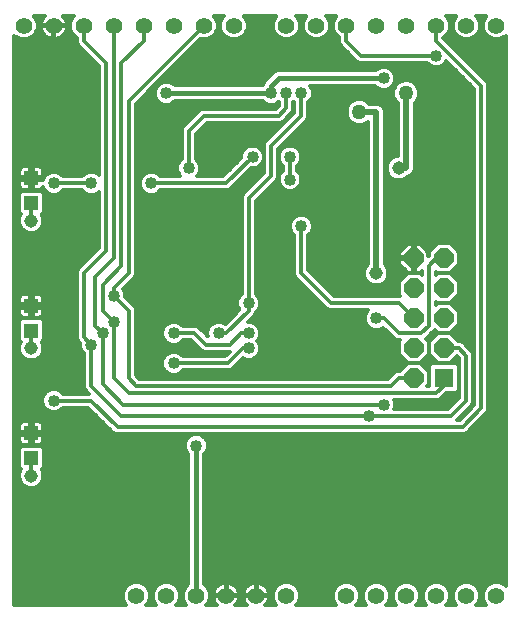
<source format=gbl>
G75*
G70*
%OFA0B0*%
%FSLAX24Y24*%
%IPPOS*%
%LPD*%
%AMOC8*
5,1,8,0,0,1.08239X$1,22.5*
%
%ADD10R,0.0472X0.0472*%
%ADD11C,0.0555*%
%ADD12R,0.0640X0.0640*%
%ADD13OC8,0.0640*%
%ADD14C,0.0120*%
%ADD15C,0.0400*%
%ADD16C,0.0450*%
%ADD17C,0.0500*%
%ADD18C,0.0200*%
%ADD19C,0.0160*%
D10*
X010282Y005268D03*
X010282Y006095D03*
X010282Y009518D03*
X010282Y010345D03*
X010282Y013768D03*
X010282Y014595D03*
D11*
X010032Y019681D03*
X011032Y019681D03*
X012032Y019681D03*
X013032Y019681D03*
X014032Y019681D03*
X015032Y019681D03*
X016032Y019681D03*
X017032Y019681D03*
X018782Y019681D03*
X019782Y019681D03*
X020782Y019681D03*
X021782Y019681D03*
X022782Y019681D03*
X023782Y019681D03*
X024782Y019681D03*
X025782Y019681D03*
X025782Y000681D03*
X024782Y000681D03*
X023782Y000681D03*
X022782Y000681D03*
X021782Y000681D03*
X020782Y000681D03*
X018782Y000681D03*
X017782Y000681D03*
X016782Y000681D03*
X015782Y000681D03*
X014782Y000681D03*
X013782Y000681D03*
D12*
X024032Y007931D03*
D13*
X023032Y007931D03*
X023032Y008931D03*
X024032Y008931D03*
X024032Y009931D03*
X023032Y009931D03*
X023032Y010931D03*
X024032Y010931D03*
X024032Y011931D03*
X023032Y011931D03*
D14*
X009712Y019354D02*
X009712Y000361D01*
X013455Y000361D01*
X013394Y000422D01*
X013325Y000590D01*
X013325Y000772D01*
X013394Y000941D01*
X013523Y001069D01*
X013691Y001139D01*
X013873Y001139D01*
X014041Y001069D01*
X014170Y000941D01*
X014240Y000772D01*
X014240Y000590D01*
X014170Y000422D01*
X014109Y000361D01*
X014455Y000361D01*
X014394Y000422D01*
X014325Y000590D01*
X014325Y000772D01*
X014394Y000941D01*
X014523Y001069D01*
X014691Y001139D01*
X014873Y001139D01*
X015041Y001069D01*
X015170Y000941D01*
X015240Y000772D01*
X015240Y000590D01*
X015170Y000422D01*
X015109Y000361D01*
X015455Y000361D01*
X015394Y000422D01*
X015325Y000590D01*
X015325Y000772D01*
X015394Y000941D01*
X015522Y001068D01*
X015522Y005404D01*
X015460Y005466D01*
X015402Y005606D01*
X015402Y005757D01*
X015460Y005897D01*
X015567Y006004D01*
X015707Y006061D01*
X015858Y006061D01*
X015997Y006004D01*
X016104Y005897D01*
X016162Y005757D01*
X016162Y005606D01*
X016104Y005466D01*
X016042Y005404D01*
X016042Y001068D01*
X016170Y000941D01*
X016240Y000772D01*
X016240Y000590D01*
X016170Y000422D01*
X016109Y000361D01*
X016484Y000361D01*
X016449Y000396D01*
X016408Y000452D01*
X016377Y000513D01*
X016356Y000579D01*
X016345Y000647D01*
X016345Y000663D01*
X016763Y000663D01*
X016763Y000700D01*
X016345Y000700D01*
X016345Y000716D01*
X016356Y000784D01*
X016377Y000849D01*
X016408Y000911D01*
X016449Y000966D01*
X016497Y001015D01*
X016553Y001056D01*
X016614Y001087D01*
X016680Y001108D01*
X016748Y001119D01*
X016763Y001119D01*
X016763Y000700D01*
X016801Y000700D01*
X017220Y000700D01*
X017220Y000716D01*
X017209Y000784D01*
X017188Y000849D01*
X017156Y000911D01*
X017116Y000966D01*
X017067Y001015D01*
X017011Y001056D01*
X016950Y001087D01*
X016885Y001108D01*
X016817Y001119D01*
X016801Y001119D01*
X016801Y000700D01*
X016801Y000663D01*
X017220Y000663D01*
X017220Y000647D01*
X017209Y000579D01*
X017188Y000513D01*
X017156Y000452D01*
X017116Y000396D01*
X017081Y000361D01*
X017484Y000361D01*
X017449Y000396D01*
X017408Y000452D01*
X017377Y000513D01*
X017356Y000579D01*
X017345Y000647D01*
X017345Y000663D01*
X017763Y000663D01*
X017763Y000700D01*
X017345Y000700D01*
X017345Y000716D01*
X017356Y000784D01*
X017377Y000849D01*
X017408Y000911D01*
X017449Y000966D01*
X017497Y001015D01*
X017553Y001056D01*
X017614Y001087D01*
X017680Y001108D01*
X017748Y001119D01*
X017763Y001119D01*
X017763Y000700D01*
X017801Y000700D01*
X018220Y000700D01*
X018220Y000716D01*
X018209Y000784D01*
X018188Y000849D01*
X018156Y000911D01*
X018116Y000966D01*
X018067Y001015D01*
X018011Y001056D01*
X017950Y001087D01*
X017885Y001108D01*
X017817Y001119D01*
X017801Y001119D01*
X017801Y000700D01*
X017801Y000663D01*
X018220Y000663D01*
X018220Y000647D01*
X018209Y000579D01*
X018188Y000513D01*
X018156Y000452D01*
X018116Y000396D01*
X018081Y000361D01*
X018455Y000361D01*
X018394Y000422D01*
X018325Y000590D01*
X018325Y000772D01*
X018394Y000941D01*
X018523Y001069D01*
X018691Y001139D01*
X018873Y001139D01*
X019041Y001069D01*
X019170Y000941D01*
X019240Y000772D01*
X019240Y000590D01*
X019170Y000422D01*
X019109Y000361D01*
X020455Y000361D01*
X020394Y000422D01*
X020325Y000590D01*
X020325Y000772D01*
X020394Y000941D01*
X020523Y001069D01*
X020691Y001139D01*
X020873Y001139D01*
X021041Y001069D01*
X021170Y000941D01*
X021240Y000772D01*
X021240Y000590D01*
X021170Y000422D01*
X021109Y000361D01*
X021455Y000361D01*
X021394Y000422D01*
X021325Y000590D01*
X021325Y000772D01*
X021394Y000941D01*
X021523Y001069D01*
X021691Y001139D01*
X021873Y001139D01*
X022041Y001069D01*
X022170Y000941D01*
X022240Y000772D01*
X022240Y000590D01*
X022170Y000422D01*
X022109Y000361D01*
X022455Y000361D01*
X022394Y000422D01*
X022325Y000590D01*
X022325Y000772D01*
X022394Y000941D01*
X022523Y001069D01*
X022691Y001139D01*
X022873Y001139D01*
X023041Y001069D01*
X023170Y000941D01*
X023240Y000772D01*
X023240Y000590D01*
X023170Y000422D01*
X023109Y000361D01*
X023455Y000361D01*
X023394Y000422D01*
X023325Y000590D01*
X023325Y000772D01*
X023394Y000941D01*
X023523Y001069D01*
X023691Y001139D01*
X023873Y001139D01*
X024041Y001069D01*
X024170Y000941D01*
X024240Y000772D01*
X024240Y000590D01*
X024170Y000422D01*
X024109Y000361D01*
X024455Y000361D01*
X024394Y000422D01*
X024325Y000590D01*
X024325Y000772D01*
X024394Y000941D01*
X024523Y001069D01*
X024691Y001139D01*
X024873Y001139D01*
X025041Y001069D01*
X025170Y000941D01*
X025240Y000772D01*
X025240Y000590D01*
X025170Y000422D01*
X025109Y000361D01*
X025455Y000361D01*
X025394Y000422D01*
X025325Y000590D01*
X025325Y000772D01*
X025394Y000941D01*
X025523Y001069D01*
X025691Y001139D01*
X025873Y001139D01*
X026041Y001069D01*
X026102Y001008D01*
X026102Y019354D01*
X026041Y019294D01*
X025873Y019224D01*
X025691Y019224D01*
X025523Y019294D01*
X025394Y019422D01*
X025325Y019590D01*
X025325Y019772D01*
X025394Y019941D01*
X025455Y020001D01*
X025109Y020001D01*
X025170Y019941D01*
X025240Y019772D01*
X025240Y019590D01*
X025170Y019422D01*
X025041Y019294D01*
X024873Y019224D01*
X024691Y019224D01*
X024523Y019294D01*
X024394Y019422D01*
X024325Y019590D01*
X024325Y019772D01*
X024394Y019941D01*
X024455Y020001D01*
X024109Y020001D01*
X024170Y019941D01*
X024240Y019772D01*
X024240Y019590D01*
X024170Y019422D01*
X024041Y019294D01*
X024022Y019286D01*
X024022Y019281D01*
X025486Y017817D01*
X025522Y017729D01*
X025522Y017634D01*
X025522Y006884D01*
X025486Y006795D01*
X025418Y006728D01*
X024861Y006170D01*
X024861Y006170D01*
X024793Y006103D01*
X024705Y006066D01*
X013205Y006066D01*
X013109Y006066D01*
X013021Y006103D01*
X012183Y006941D01*
X011330Y006941D01*
X011247Y006859D01*
X011108Y006801D01*
X010957Y006801D01*
X010817Y006859D01*
X010710Y006966D01*
X010652Y007106D01*
X010652Y007257D01*
X010710Y007397D01*
X010817Y007504D01*
X010957Y007561D01*
X011108Y007561D01*
X011247Y007504D01*
X011330Y007421D01*
X012203Y007421D01*
X012146Y007478D01*
X012146Y007478D01*
X012079Y007545D01*
X012042Y007634D01*
X012042Y008759D01*
X011960Y008841D01*
X011902Y008981D01*
X011902Y009097D01*
X011829Y009170D01*
X011792Y009259D01*
X011792Y009354D01*
X011792Y011479D01*
X011829Y011567D01*
X011896Y011635D01*
X012542Y012281D01*
X012542Y014154D01*
X012497Y014109D01*
X012358Y014051D01*
X012207Y014051D01*
X012067Y014109D01*
X011985Y014191D01*
X011330Y014191D01*
X011247Y014109D01*
X011108Y014051D01*
X010957Y014051D01*
X010817Y014109D01*
X010710Y014216D01*
X010671Y014310D01*
X010667Y014297D01*
X010646Y014260D01*
X010617Y014231D01*
X010580Y014209D01*
X010539Y014199D01*
X010340Y014199D01*
X010340Y014536D01*
X010224Y014536D01*
X010224Y014199D01*
X010025Y014199D01*
X009984Y014209D01*
X009948Y014231D01*
X009918Y014260D01*
X009897Y014297D01*
X009886Y014337D01*
X009886Y014537D01*
X010224Y014537D01*
X010224Y014653D01*
X010224Y014991D01*
X010025Y014991D01*
X009984Y014980D01*
X009948Y014959D01*
X009918Y014929D01*
X009897Y014893D01*
X009886Y014852D01*
X009886Y014653D01*
X010224Y014653D01*
X010340Y014653D01*
X010340Y014991D01*
X010539Y014991D01*
X010580Y014980D01*
X010617Y014959D01*
X010646Y014929D01*
X010667Y014893D01*
X010678Y014852D01*
X010678Y014653D01*
X010341Y014653D01*
X010341Y014537D01*
X010664Y014537D01*
X010710Y014647D01*
X010817Y014754D01*
X010957Y014811D01*
X011108Y014811D01*
X011247Y014754D01*
X011330Y014671D01*
X011985Y014671D01*
X012067Y014754D01*
X012207Y014811D01*
X012358Y014811D01*
X012497Y014754D01*
X012542Y014709D01*
X012542Y018332D01*
X011896Y018978D01*
X011829Y019045D01*
X011792Y019134D01*
X011792Y019286D01*
X011773Y019294D01*
X011644Y019422D01*
X011575Y019590D01*
X011575Y019772D01*
X011644Y019941D01*
X011705Y020001D01*
X011331Y020001D01*
X011366Y019966D01*
X011406Y019911D01*
X011438Y019849D01*
X011459Y019784D01*
X011470Y019716D01*
X011470Y019700D01*
X011051Y019700D01*
X011051Y019663D01*
X011470Y019663D01*
X011470Y019647D01*
X011459Y019579D01*
X011438Y019513D01*
X011406Y019452D01*
X011366Y019396D01*
X011317Y019348D01*
X011261Y019307D01*
X011200Y019276D01*
X011135Y019255D01*
X011067Y019244D01*
X011051Y019244D01*
X011051Y019662D01*
X011013Y019662D01*
X011013Y019244D01*
X010998Y019244D01*
X010930Y019255D01*
X010864Y019276D01*
X010803Y019307D01*
X010747Y019348D01*
X010699Y019396D01*
X010658Y019452D01*
X010627Y019513D01*
X010606Y019579D01*
X010595Y019647D01*
X010595Y019663D01*
X011013Y019663D01*
X011013Y019700D01*
X010595Y019700D01*
X010595Y019716D01*
X010606Y019784D01*
X010627Y019849D01*
X010658Y019911D01*
X010699Y019966D01*
X010734Y020001D01*
X010359Y020001D01*
X010420Y019941D01*
X010490Y019772D01*
X010490Y019590D01*
X010420Y019422D01*
X010291Y019294D01*
X010123Y019224D01*
X009941Y019224D01*
X009773Y019294D01*
X009712Y019354D01*
X009712Y019267D02*
X009837Y019267D01*
X009712Y019148D02*
X011792Y019148D01*
X011792Y019267D02*
X011172Y019267D01*
X011051Y019267D02*
X011013Y019267D01*
X011013Y019385D02*
X011051Y019385D01*
X011051Y019504D02*
X011013Y019504D01*
X011013Y019623D02*
X011051Y019623D01*
X011355Y019385D02*
X011681Y019385D01*
X011611Y019504D02*
X011433Y019504D01*
X011466Y019623D02*
X011575Y019623D01*
X011575Y019741D02*
X011466Y019741D01*
X011432Y019860D02*
X011611Y019860D01*
X011682Y019978D02*
X011354Y019978D01*
X010710Y019978D02*
X010382Y019978D01*
X010454Y019860D02*
X010632Y019860D01*
X010599Y019741D02*
X010490Y019741D01*
X010490Y019623D02*
X010599Y019623D01*
X010632Y019504D02*
X010454Y019504D01*
X010383Y019385D02*
X010709Y019385D01*
X010892Y019267D02*
X010227Y019267D01*
X009712Y019030D02*
X011844Y019030D01*
X011963Y018911D02*
X009712Y018911D01*
X009712Y018793D02*
X012081Y018793D01*
X012200Y018674D02*
X009712Y018674D01*
X009712Y018556D02*
X012319Y018556D01*
X012437Y018437D02*
X009712Y018437D01*
X009712Y018319D02*
X012542Y018319D01*
X012542Y018200D02*
X009712Y018200D01*
X009712Y018081D02*
X012542Y018081D01*
X012542Y017963D02*
X009712Y017963D01*
X009712Y017844D02*
X012542Y017844D01*
X012542Y017726D02*
X009712Y017726D01*
X009712Y017607D02*
X012542Y017607D01*
X012542Y017489D02*
X009712Y017489D01*
X009712Y017370D02*
X012542Y017370D01*
X012542Y017252D02*
X009712Y017252D01*
X009712Y017133D02*
X012542Y017133D01*
X012542Y017015D02*
X009712Y017015D01*
X009712Y016896D02*
X012542Y016896D01*
X012542Y016777D02*
X009712Y016777D01*
X009712Y016659D02*
X012542Y016659D01*
X012542Y016540D02*
X009712Y016540D01*
X009712Y016422D02*
X012542Y016422D01*
X012542Y016303D02*
X009712Y016303D01*
X009712Y016185D02*
X012542Y016185D01*
X012542Y016066D02*
X009712Y016066D01*
X009712Y015948D02*
X012542Y015948D01*
X012542Y015829D02*
X009712Y015829D01*
X009712Y015711D02*
X012542Y015711D01*
X012542Y015592D02*
X009712Y015592D01*
X009712Y015474D02*
X012542Y015474D01*
X012542Y015355D02*
X009712Y015355D01*
X009712Y015236D02*
X012542Y015236D01*
X012542Y015118D02*
X009712Y015118D01*
X009712Y014999D02*
X012542Y014999D01*
X012542Y014881D02*
X010671Y014881D01*
X010678Y014762D02*
X010838Y014762D01*
X010709Y014644D02*
X010341Y014644D01*
X010224Y014644D02*
X009712Y014644D01*
X009712Y014762D02*
X009886Y014762D01*
X009894Y014881D02*
X009712Y014881D01*
X010224Y014881D02*
X010340Y014881D01*
X010340Y014762D02*
X010224Y014762D01*
X010224Y014525D02*
X010340Y014525D01*
X010340Y014407D02*
X010224Y014407D01*
X010224Y014288D02*
X010340Y014288D01*
X010593Y014184D02*
X009971Y014184D01*
X009866Y014079D01*
X009866Y013457D01*
X009931Y013392D01*
X009877Y013262D01*
X009877Y013101D01*
X009939Y012952D01*
X010053Y012838D01*
X010202Y012776D01*
X010363Y012776D01*
X010512Y012838D01*
X010626Y012952D01*
X010687Y013101D01*
X010687Y013262D01*
X010633Y013392D01*
X010698Y013457D01*
X010698Y014079D01*
X010593Y014184D01*
X010608Y014170D02*
X010757Y014170D01*
X010698Y014051D02*
X012542Y014051D01*
X012542Y013932D02*
X010698Y013932D01*
X010698Y013814D02*
X012542Y013814D01*
X012542Y013695D02*
X010698Y013695D01*
X010698Y013577D02*
X012542Y013577D01*
X012542Y013458D02*
X010698Y013458D01*
X010655Y013340D02*
X012542Y013340D01*
X012542Y013221D02*
X010687Y013221D01*
X010687Y013103D02*
X012542Y013103D01*
X012542Y012984D02*
X010639Y012984D01*
X010539Y012866D02*
X012542Y012866D01*
X012542Y012747D02*
X009712Y012747D01*
X009712Y012628D02*
X012542Y012628D01*
X012542Y012510D02*
X009712Y012510D01*
X009712Y012391D02*
X012542Y012391D01*
X012534Y012273D02*
X009712Y012273D01*
X009712Y012154D02*
X012416Y012154D01*
X012297Y012036D02*
X009712Y012036D01*
X009712Y011917D02*
X012179Y011917D01*
X012060Y011799D02*
X009712Y011799D01*
X009712Y011680D02*
X011941Y011680D01*
X011826Y011562D02*
X009712Y011562D01*
X009712Y011443D02*
X011792Y011443D01*
X011792Y011324D02*
X009712Y011324D01*
X009712Y011206D02*
X011792Y011206D01*
X011792Y011087D02*
X009712Y011087D01*
X009712Y010969D02*
X011792Y010969D01*
X011792Y010850D02*
X009712Y010850D01*
X009712Y010732D02*
X009991Y010732D01*
X009984Y010730D02*
X009948Y010709D01*
X009918Y010679D01*
X009897Y010643D01*
X009886Y010602D01*
X009886Y010403D01*
X010224Y010403D01*
X010224Y010741D01*
X010025Y010741D01*
X009984Y010730D01*
X009889Y010613D02*
X009712Y010613D01*
X009712Y010495D02*
X009886Y010495D01*
X009886Y010287D02*
X009886Y010087D01*
X009897Y010047D01*
X009918Y010010D01*
X009948Y009981D01*
X009984Y009959D01*
X010025Y009949D01*
X010224Y009949D01*
X010224Y010286D01*
X010340Y010286D01*
X010340Y009949D01*
X010539Y009949D01*
X010580Y009959D01*
X010617Y009981D01*
X010646Y010010D01*
X010667Y010047D01*
X010678Y010087D01*
X010678Y010287D01*
X010341Y010287D01*
X010341Y010403D01*
X010678Y010403D01*
X010678Y010602D01*
X010667Y010643D01*
X010646Y010679D01*
X010617Y010709D01*
X010580Y010730D01*
X010539Y010741D01*
X010340Y010741D01*
X010340Y010403D01*
X010224Y010403D01*
X010224Y010287D01*
X009886Y010287D01*
X009886Y010258D02*
X009712Y010258D01*
X009712Y010376D02*
X010224Y010376D01*
X010341Y010376D02*
X011792Y010376D01*
X011792Y010258D02*
X010678Y010258D01*
X010678Y010139D02*
X011792Y010139D01*
X011792Y010021D02*
X010652Y010021D01*
X010593Y009934D02*
X009971Y009934D01*
X009866Y009829D01*
X009866Y009207D01*
X009931Y009142D01*
X009877Y009012D01*
X009877Y008851D01*
X009939Y008702D01*
X010053Y008588D01*
X010202Y008526D01*
X010363Y008526D01*
X010512Y008588D01*
X010626Y008702D01*
X010687Y008851D01*
X010687Y009012D01*
X010633Y009142D01*
X010698Y009207D01*
X010698Y009829D01*
X010593Y009934D01*
X010625Y009902D02*
X011792Y009902D01*
X011792Y009783D02*
X010698Y009783D01*
X010698Y009665D02*
X011792Y009665D01*
X011792Y009546D02*
X010698Y009546D01*
X010698Y009428D02*
X011792Y009428D01*
X011792Y009309D02*
X010698Y009309D01*
X010682Y009191D02*
X011820Y009191D01*
X011902Y009072D02*
X010662Y009072D01*
X010687Y008954D02*
X011913Y008954D01*
X011966Y008835D02*
X010681Y008835D01*
X010632Y008717D02*
X012042Y008717D01*
X012042Y008598D02*
X010522Y008598D01*
X010282Y008931D02*
X010282Y009518D01*
X009866Y009546D02*
X009712Y009546D01*
X009712Y009428D02*
X009866Y009428D01*
X009866Y009309D02*
X009712Y009309D01*
X009712Y009191D02*
X009883Y009191D01*
X009902Y009072D02*
X009712Y009072D01*
X009712Y008954D02*
X009877Y008954D01*
X009884Y008835D02*
X009712Y008835D01*
X009712Y008717D02*
X009933Y008717D01*
X010043Y008598D02*
X009712Y008598D01*
X009712Y008479D02*
X012042Y008479D01*
X012042Y008361D02*
X009712Y008361D01*
X009712Y008242D02*
X012042Y008242D01*
X012042Y008124D02*
X009712Y008124D01*
X009712Y008005D02*
X012042Y008005D01*
X012042Y007887D02*
X009712Y007887D01*
X009712Y007768D02*
X012042Y007768D01*
X012042Y007650D02*
X009712Y007650D01*
X009712Y007531D02*
X010884Y007531D01*
X010726Y007413D02*
X009712Y007413D01*
X009712Y007294D02*
X010668Y007294D01*
X010652Y007175D02*
X009712Y007175D01*
X009712Y007057D02*
X010672Y007057D01*
X010738Y006938D02*
X009712Y006938D01*
X009712Y006820D02*
X010912Y006820D01*
X011152Y006820D02*
X012304Y006820D01*
X012186Y006938D02*
X011327Y006938D01*
X011032Y007181D02*
X012282Y007181D01*
X013157Y006306D01*
X024657Y006306D01*
X025282Y006931D01*
X025282Y017681D01*
X023782Y019181D01*
X023782Y019681D01*
X024204Y019504D02*
X024361Y019504D01*
X024325Y019623D02*
X024240Y019623D01*
X024240Y019741D02*
X024325Y019741D01*
X024361Y019860D02*
X024204Y019860D01*
X024132Y019978D02*
X024432Y019978D01*
X025132Y019978D02*
X025432Y019978D01*
X025361Y019860D02*
X025204Y019860D01*
X025240Y019741D02*
X025325Y019741D01*
X025325Y019623D02*
X025240Y019623D01*
X025204Y019504D02*
X025361Y019504D01*
X025431Y019385D02*
X025133Y019385D01*
X024977Y019267D02*
X025587Y019267D01*
X025977Y019267D02*
X026102Y019267D01*
X026102Y019148D02*
X024155Y019148D01*
X024273Y019030D02*
X026102Y019030D01*
X026102Y018911D02*
X024392Y018911D01*
X024510Y018793D02*
X026102Y018793D01*
X026102Y018674D02*
X024629Y018674D01*
X024747Y018556D02*
X026102Y018556D01*
X026102Y018437D02*
X024866Y018437D01*
X024984Y018319D02*
X026102Y018319D01*
X026102Y018200D02*
X025103Y018200D01*
X025222Y018081D02*
X026102Y018081D01*
X026102Y017963D02*
X025340Y017963D01*
X025459Y017844D02*
X026102Y017844D01*
X026102Y017726D02*
X025522Y017726D01*
X025522Y017607D02*
X026102Y017607D01*
X026102Y017489D02*
X025522Y017489D01*
X025522Y017370D02*
X026102Y017370D01*
X026102Y017252D02*
X025522Y017252D01*
X025522Y017133D02*
X026102Y017133D01*
X026102Y017015D02*
X025522Y017015D01*
X025522Y016896D02*
X026102Y016896D01*
X026102Y016777D02*
X025522Y016777D01*
X025522Y016659D02*
X026102Y016659D01*
X026102Y016540D02*
X025522Y016540D01*
X025522Y016422D02*
X026102Y016422D01*
X026102Y016303D02*
X025522Y016303D01*
X025522Y016185D02*
X026102Y016185D01*
X026102Y016066D02*
X025522Y016066D01*
X025522Y015948D02*
X026102Y015948D01*
X026102Y015829D02*
X025522Y015829D01*
X025522Y015711D02*
X026102Y015711D01*
X026102Y015592D02*
X025522Y015592D01*
X025522Y015474D02*
X026102Y015474D01*
X026102Y015355D02*
X025522Y015355D01*
X025522Y015236D02*
X026102Y015236D01*
X026102Y015118D02*
X025522Y015118D01*
X025522Y014999D02*
X026102Y014999D01*
X026102Y014881D02*
X025522Y014881D01*
X025522Y014762D02*
X026102Y014762D01*
X026102Y014644D02*
X025522Y014644D01*
X025522Y014525D02*
X026102Y014525D01*
X026102Y014407D02*
X025522Y014407D01*
X025522Y014288D02*
X026102Y014288D01*
X026102Y014170D02*
X025522Y014170D01*
X025522Y014051D02*
X026102Y014051D01*
X026102Y013932D02*
X025522Y013932D01*
X025522Y013814D02*
X026102Y013814D01*
X026102Y013695D02*
X025522Y013695D01*
X025522Y013577D02*
X026102Y013577D01*
X026102Y013458D02*
X025522Y013458D01*
X025522Y013340D02*
X026102Y013340D01*
X026102Y013221D02*
X025522Y013221D01*
X025522Y013103D02*
X026102Y013103D01*
X026102Y012984D02*
X025522Y012984D01*
X025522Y012866D02*
X026102Y012866D01*
X026102Y012747D02*
X025522Y012747D01*
X025522Y012628D02*
X026102Y012628D01*
X026102Y012510D02*
X025522Y012510D01*
X025522Y012391D02*
X026102Y012391D01*
X026102Y012273D02*
X025522Y012273D01*
X025522Y012154D02*
X026102Y012154D01*
X026102Y012036D02*
X025522Y012036D01*
X025522Y011917D02*
X026102Y011917D01*
X026102Y011799D02*
X025522Y011799D01*
X025522Y011680D02*
X026102Y011680D01*
X026102Y011562D02*
X025522Y011562D01*
X025522Y011443D02*
X026102Y011443D01*
X026102Y011324D02*
X025522Y011324D01*
X025522Y011206D02*
X026102Y011206D01*
X026102Y011087D02*
X025522Y011087D01*
X025522Y010969D02*
X026102Y010969D01*
X026102Y010850D02*
X025522Y010850D01*
X025522Y010732D02*
X026102Y010732D01*
X026102Y010613D02*
X025522Y010613D01*
X025522Y010495D02*
X026102Y010495D01*
X026102Y010376D02*
X025522Y010376D01*
X025522Y010258D02*
X026102Y010258D01*
X026102Y010139D02*
X025522Y010139D01*
X025522Y010021D02*
X026102Y010021D01*
X026102Y009902D02*
X025522Y009902D01*
X025522Y009783D02*
X026102Y009783D01*
X026102Y009665D02*
X025522Y009665D01*
X025522Y009546D02*
X026102Y009546D01*
X026102Y009428D02*
X025522Y009428D01*
X025522Y009309D02*
X026102Y009309D01*
X026102Y009191D02*
X025522Y009191D01*
X025522Y009072D02*
X026102Y009072D01*
X026102Y008954D02*
X025522Y008954D01*
X025522Y008835D02*
X026102Y008835D01*
X026102Y008717D02*
X025522Y008717D01*
X025522Y008598D02*
X026102Y008598D01*
X026102Y008479D02*
X025522Y008479D01*
X025522Y008361D02*
X026102Y008361D01*
X026102Y008242D02*
X025522Y008242D01*
X025522Y008124D02*
X026102Y008124D01*
X026102Y008005D02*
X025522Y008005D01*
X025522Y007887D02*
X026102Y007887D01*
X026102Y007768D02*
X025522Y007768D01*
X025522Y007650D02*
X026102Y007650D01*
X026102Y007531D02*
X025522Y007531D01*
X025522Y007413D02*
X026102Y007413D01*
X026102Y007294D02*
X025522Y007294D01*
X025522Y007175D02*
X026102Y007175D01*
X026102Y007057D02*
X025522Y007057D01*
X025522Y006938D02*
X026102Y006938D01*
X026102Y006820D02*
X025496Y006820D01*
X025391Y006701D02*
X026102Y006701D01*
X026102Y006583D02*
X025273Y006583D01*
X025154Y006464D02*
X026102Y006464D01*
X026102Y006346D02*
X025036Y006346D01*
X024917Y006227D02*
X026102Y006227D01*
X026102Y006109D02*
X024799Y006109D01*
X024558Y006546D02*
X024487Y006546D01*
X024986Y007045D01*
X025022Y007134D01*
X025022Y007229D01*
X025022Y008729D01*
X024986Y008817D01*
X024918Y008885D01*
X024736Y009067D01*
X024668Y009135D01*
X024580Y009171D01*
X024499Y009171D01*
X024239Y009431D01*
X023825Y009431D01*
X023532Y009139D01*
X023430Y009240D01*
X023668Y009478D01*
X023723Y009533D01*
X023825Y009431D01*
X024239Y009431D01*
X024532Y009724D01*
X024532Y010139D01*
X025042Y010139D01*
X025042Y010021D02*
X024532Y010021D01*
X024532Y010139D02*
X024239Y010431D01*
X023825Y010431D01*
X023772Y010378D01*
X023772Y010484D01*
X023825Y010431D01*
X024239Y010431D01*
X024532Y010724D01*
X024532Y011139D01*
X024239Y011431D01*
X023825Y011431D01*
X023772Y011378D01*
X023772Y011484D01*
X023825Y011431D01*
X024239Y011431D01*
X024532Y011724D01*
X024532Y012139D01*
X024239Y012431D01*
X023825Y012431D01*
X023532Y012139D01*
X023532Y012021D01*
X023512Y012001D01*
X023512Y012130D01*
X023231Y012411D01*
X023072Y012411D01*
X023072Y011972D01*
X022992Y011972D01*
X022992Y012411D01*
X022833Y012411D01*
X022552Y012130D01*
X022552Y011971D01*
X022992Y011971D01*
X022992Y011891D01*
X023072Y011891D01*
X023072Y011451D01*
X023231Y011451D01*
X023292Y011513D01*
X023292Y011378D01*
X023239Y011431D01*
X022825Y011431D01*
X022532Y011139D01*
X022532Y010724D01*
X022589Y010668D01*
X022580Y010671D01*
X020382Y010671D01*
X019522Y011531D01*
X019522Y012696D01*
X019604Y012779D01*
X019662Y012918D01*
X019662Y013070D01*
X019604Y013209D01*
X019497Y013316D01*
X019358Y013374D01*
X019207Y013374D01*
X019067Y013316D01*
X018960Y013209D01*
X018902Y013070D01*
X018902Y012918D01*
X018960Y012779D01*
X019042Y012696D01*
X019042Y011384D01*
X019079Y011295D01*
X019146Y011228D01*
X020146Y010228D01*
X020234Y010191D01*
X020330Y010191D01*
X021505Y010191D01*
X021460Y010147D01*
X021402Y010007D01*
X021402Y009856D01*
X021460Y009716D01*
X021567Y009609D01*
X021707Y009551D01*
X021858Y009551D01*
X021997Y009609D01*
X022006Y009618D01*
X022329Y009295D01*
X022396Y009228D01*
X022484Y009191D01*
X022585Y009191D01*
X022532Y009139D01*
X022532Y008724D01*
X022825Y008431D01*
X022565Y008171D01*
X022484Y008171D01*
X022396Y008135D01*
X022329Y008067D01*
X022183Y007921D01*
X013882Y007921D01*
X013772Y008031D01*
X013772Y010134D01*
X013772Y010229D01*
X013736Y010317D01*
X013412Y010641D01*
X013412Y010757D01*
X013354Y010897D01*
X013346Y010905D01*
X013668Y011228D01*
X013736Y011295D01*
X013772Y011384D01*
X013772Y017082D01*
X015922Y019232D01*
X015941Y019224D01*
X016123Y019224D01*
X016291Y019294D01*
X016420Y019422D01*
X016490Y019590D01*
X016490Y019772D01*
X016420Y019941D01*
X016359Y020001D01*
X016705Y020001D01*
X016644Y019941D01*
X016575Y019772D01*
X016575Y019590D01*
X016644Y019422D01*
X016773Y019294D01*
X016941Y019224D01*
X017123Y019224D01*
X017291Y019294D01*
X017420Y019422D01*
X017490Y019590D01*
X017490Y019772D01*
X017420Y019941D01*
X017359Y020001D01*
X018455Y020001D01*
X018394Y019941D01*
X018325Y019772D01*
X018325Y019590D01*
X018394Y019422D01*
X018523Y019294D01*
X018691Y019224D01*
X018873Y019224D01*
X019041Y019294D01*
X019170Y019422D01*
X019240Y019590D01*
X019240Y019772D01*
X019170Y019941D01*
X019109Y020001D01*
X019455Y020001D01*
X019394Y019941D01*
X019325Y019772D01*
X019325Y019590D01*
X019394Y019422D01*
X019523Y019294D01*
X019691Y019224D01*
X019873Y019224D01*
X020041Y019294D01*
X020170Y019422D01*
X020240Y019590D01*
X020240Y019772D01*
X020170Y019941D01*
X020109Y020001D01*
X020455Y020001D01*
X020394Y019941D01*
X020325Y019772D01*
X020325Y019590D01*
X020394Y019422D01*
X020523Y019294D01*
X020542Y019286D01*
X020542Y019134D01*
X020579Y019045D01*
X020646Y018978D01*
X021146Y018478D01*
X021234Y018441D01*
X021330Y018441D01*
X023485Y018441D01*
X023567Y018359D01*
X023707Y018301D01*
X023858Y018301D01*
X023997Y018359D01*
X024104Y018466D01*
X024120Y018504D01*
X025042Y017582D01*
X025042Y007031D01*
X024558Y006546D01*
X024523Y006583D02*
X024594Y006583D01*
X024641Y006701D02*
X024713Y006701D01*
X024760Y006820D02*
X024831Y006820D01*
X024879Y006938D02*
X024950Y006938D01*
X024990Y007057D02*
X025042Y007057D01*
X025042Y007175D02*
X025022Y007175D01*
X025022Y007294D02*
X025042Y007294D01*
X025042Y007413D02*
X025022Y007413D01*
X025022Y007531D02*
X025042Y007531D01*
X025042Y007650D02*
X025022Y007650D01*
X025022Y007768D02*
X025042Y007768D01*
X025042Y007887D02*
X025022Y007887D01*
X025022Y008005D02*
X025042Y008005D01*
X025042Y008124D02*
X025022Y008124D01*
X025022Y008242D02*
X025042Y008242D01*
X025042Y008361D02*
X025022Y008361D01*
X025022Y008479D02*
X025042Y008479D01*
X025042Y008598D02*
X025022Y008598D01*
X025022Y008717D02*
X025042Y008717D01*
X025042Y008835D02*
X024968Y008835D01*
X024918Y008885D02*
X024918Y008885D01*
X024849Y008954D02*
X025042Y008954D01*
X025042Y009072D02*
X024731Y009072D01*
X024736Y009067D02*
X024736Y009067D01*
X024532Y008931D02*
X024032Y008931D01*
X024532Y008931D02*
X024782Y008681D01*
X024782Y007181D01*
X024282Y006681D01*
X021532Y006681D01*
X013282Y006681D01*
X012282Y007681D01*
X012282Y009056D01*
X012032Y009306D01*
X012032Y011431D01*
X012782Y012181D01*
X012782Y018431D01*
X012032Y019181D01*
X012032Y019681D01*
X013032Y019681D02*
X013032Y011931D01*
X012407Y011306D01*
X012407Y009681D01*
X012657Y009431D01*
X012657Y007744D01*
X013345Y007056D01*
X022032Y007056D01*
X022388Y006921D02*
X022412Y006981D01*
X022412Y007132D01*
X022388Y007191D01*
X023734Y007191D01*
X023830Y007191D01*
X023918Y007228D01*
X024122Y007431D01*
X024427Y007431D01*
X024532Y007537D01*
X024532Y008326D01*
X024427Y008431D01*
X023638Y008431D01*
X023532Y008326D01*
X023532Y007671D01*
X023479Y007671D01*
X023532Y007724D01*
X023532Y008139D01*
X023239Y008431D01*
X022825Y008431D01*
X023239Y008431D01*
X023532Y008724D01*
X023532Y009139D01*
X023532Y008724D01*
X023825Y008431D01*
X024239Y008431D01*
X024466Y008658D01*
X024542Y008582D01*
X024542Y007281D01*
X024183Y006921D01*
X022388Y006921D01*
X022395Y006938D02*
X024200Y006938D01*
X024318Y007057D02*
X022412Y007057D01*
X022394Y007175D02*
X024437Y007175D01*
X024542Y007294D02*
X023984Y007294D01*
X024103Y007413D02*
X024542Y007413D01*
X024542Y007531D02*
X024526Y007531D01*
X024532Y007650D02*
X024542Y007650D01*
X024532Y007768D02*
X024542Y007768D01*
X024532Y007887D02*
X024542Y007887D01*
X024532Y008005D02*
X024542Y008005D01*
X024532Y008124D02*
X024542Y008124D01*
X024532Y008242D02*
X024542Y008242D01*
X024542Y008361D02*
X024497Y008361D01*
X024542Y008479D02*
X024287Y008479D01*
X024406Y008598D02*
X024526Y008598D01*
X023777Y008479D02*
X023287Y008479D01*
X023310Y008361D02*
X023567Y008361D01*
X023532Y008242D02*
X023428Y008242D01*
X023532Y008124D02*
X023532Y008124D01*
X023532Y008005D02*
X023532Y008005D01*
X023532Y007887D02*
X023532Y007887D01*
X023532Y007768D02*
X023532Y007768D01*
X023782Y007431D02*
X024032Y007681D01*
X024032Y007931D01*
X023782Y007431D02*
X013532Y007431D01*
X013032Y007931D01*
X013032Y009806D01*
X012657Y010181D01*
X012657Y011056D01*
X013282Y011681D01*
X013282Y018431D01*
X014032Y019181D01*
X014032Y019681D01*
X015483Y018793D02*
X020831Y018793D01*
X020713Y018911D02*
X015601Y018911D01*
X015720Y019030D02*
X020594Y019030D01*
X020542Y019148D02*
X015839Y019148D01*
X016227Y019267D02*
X016837Y019267D01*
X016681Y019385D02*
X016383Y019385D01*
X016454Y019504D02*
X016611Y019504D01*
X016575Y019623D02*
X016490Y019623D01*
X016490Y019741D02*
X016575Y019741D01*
X016611Y019860D02*
X016454Y019860D01*
X016382Y019978D02*
X016682Y019978D01*
X017382Y019978D02*
X018432Y019978D01*
X018361Y019860D02*
X017454Y019860D01*
X017490Y019741D02*
X018325Y019741D01*
X018325Y019623D02*
X017490Y019623D01*
X017454Y019504D02*
X018361Y019504D01*
X018431Y019385D02*
X017383Y019385D01*
X017227Y019267D02*
X018587Y019267D01*
X018977Y019267D02*
X019587Y019267D01*
X019431Y019385D02*
X019133Y019385D01*
X019204Y019504D02*
X019361Y019504D01*
X019325Y019623D02*
X019240Y019623D01*
X019240Y019741D02*
X019325Y019741D01*
X019361Y019860D02*
X019204Y019860D01*
X019132Y019978D02*
X019432Y019978D01*
X020132Y019978D02*
X020432Y019978D01*
X020361Y019860D02*
X020204Y019860D01*
X020240Y019741D02*
X020325Y019741D01*
X020325Y019623D02*
X020240Y019623D01*
X020204Y019504D02*
X020361Y019504D01*
X020431Y019385D02*
X020133Y019385D01*
X019977Y019267D02*
X020542Y019267D01*
X020782Y019181D02*
X020782Y019681D01*
X020782Y019181D02*
X021282Y018681D01*
X023782Y018681D01*
X023489Y018437D02*
X015127Y018437D01*
X015009Y018319D02*
X023665Y018319D01*
X023899Y018319D02*
X024306Y018319D01*
X024187Y018437D02*
X024075Y018437D01*
X024424Y018200D02*
X022301Y018200D01*
X022354Y018147D02*
X022247Y018254D01*
X022108Y018311D01*
X021957Y018311D01*
X021817Y018254D01*
X021755Y018191D01*
X018584Y018191D01*
X018480Y018191D01*
X018385Y018152D01*
X018135Y017902D01*
X018062Y017829D01*
X018022Y017733D01*
X018022Y017709D01*
X018005Y017691D01*
X015060Y017691D01*
X014997Y017754D01*
X014858Y017811D01*
X014707Y017811D01*
X014567Y017754D01*
X014460Y017647D01*
X014402Y017507D01*
X014402Y017356D01*
X014460Y017216D01*
X014567Y017109D01*
X014707Y017051D01*
X014858Y017051D01*
X014997Y017109D01*
X015060Y017171D01*
X018005Y017171D01*
X018067Y017109D01*
X018207Y017051D01*
X018358Y017051D01*
X018497Y017109D01*
X018532Y017144D01*
X018542Y017134D01*
X018542Y017031D01*
X018433Y016921D01*
X016080Y016921D01*
X015984Y016921D01*
X015896Y016885D01*
X015396Y016385D01*
X015329Y016317D01*
X015292Y016229D01*
X015292Y015229D01*
X015210Y015147D01*
X015152Y015007D01*
X015152Y014856D01*
X015210Y014716D01*
X015255Y014671D01*
X014580Y014671D01*
X014497Y014754D01*
X014358Y014811D01*
X014207Y014811D01*
X014067Y014754D01*
X013960Y014647D01*
X013902Y014507D01*
X013902Y014356D01*
X013960Y014216D01*
X014067Y014109D01*
X014207Y014051D01*
X014358Y014051D01*
X014497Y014109D01*
X014580Y014191D01*
X016734Y014191D01*
X016830Y014191D01*
X016918Y014228D01*
X017617Y014926D01*
X017733Y014926D01*
X017872Y014984D01*
X017979Y015091D01*
X018037Y015231D01*
X018037Y015382D01*
X017979Y015522D01*
X017872Y015629D01*
X017733Y015686D01*
X017582Y015686D01*
X017442Y015629D01*
X017335Y015522D01*
X017277Y015382D01*
X017277Y015266D01*
X016683Y014671D01*
X015810Y014671D01*
X015854Y014716D01*
X015912Y014856D01*
X015912Y015007D01*
X015854Y015147D01*
X015772Y015229D01*
X015772Y016082D01*
X016132Y016441D01*
X018580Y016441D01*
X018668Y016478D01*
X018736Y016545D01*
X018736Y016545D01*
X018986Y016795D01*
X019022Y016884D01*
X019022Y016979D01*
X019022Y017134D01*
X019032Y017144D01*
X019042Y017134D01*
X019042Y016781D01*
X018146Y015885D01*
X018079Y015817D01*
X018042Y015729D01*
X018042Y014781D01*
X017329Y014067D01*
X017292Y013979D01*
X017292Y013884D01*
X017292Y010729D01*
X017210Y010647D01*
X017152Y010507D01*
X017152Y010356D01*
X017210Y010216D01*
X017219Y010207D01*
X016756Y009745D01*
X016747Y009754D01*
X016608Y009811D01*
X016457Y009811D01*
X016317Y009754D01*
X016210Y009647D01*
X016152Y009507D01*
X016152Y009356D01*
X016165Y009326D01*
X015923Y009567D01*
X015923Y009567D01*
X015869Y009621D01*
X015856Y009635D01*
X015767Y009671D01*
X015672Y009671D01*
X015330Y009671D01*
X015247Y009754D01*
X015108Y009811D01*
X014957Y009811D01*
X014817Y009754D01*
X014710Y009647D01*
X014652Y009507D01*
X014652Y009356D01*
X014710Y009216D01*
X014817Y009109D01*
X014957Y009051D01*
X015108Y009051D01*
X015247Y009109D01*
X015330Y009191D01*
X015620Y009191D01*
X015891Y008920D01*
X015955Y008856D01*
X015959Y008853D01*
X016047Y008816D01*
X016142Y008816D01*
X016890Y008816D01*
X016745Y008671D01*
X015330Y008671D01*
X015247Y008754D01*
X015108Y008811D01*
X014957Y008811D01*
X014817Y008754D01*
X014710Y008647D01*
X014652Y008507D01*
X014652Y008356D01*
X014710Y008216D01*
X014817Y008109D01*
X014957Y008051D01*
X015108Y008051D01*
X015247Y008109D01*
X015330Y008191D01*
X016797Y008191D01*
X016892Y008191D01*
X016981Y008228D01*
X017349Y008596D01*
X017457Y008551D01*
X017608Y008551D01*
X017747Y008609D01*
X017854Y008716D01*
X017912Y008856D01*
X017912Y009007D01*
X017854Y009147D01*
X017820Y009181D01*
X017854Y009216D01*
X017912Y009356D01*
X017912Y009507D01*
X017854Y009647D01*
X017747Y009754D01*
X017608Y009811D01*
X017502Y009811D01*
X017668Y009978D01*
X017736Y010045D01*
X017772Y010134D01*
X017854Y010216D01*
X017912Y010356D01*
X017912Y010507D01*
X017854Y010647D01*
X017772Y010729D01*
X017772Y013832D01*
X018486Y014545D01*
X018522Y014634D01*
X018522Y014729D01*
X018522Y015582D01*
X019486Y016545D01*
X019522Y016634D01*
X019522Y016729D01*
X019522Y017134D01*
X019604Y017216D01*
X019662Y017356D01*
X019662Y017507D01*
X019604Y017647D01*
X019580Y017671D01*
X021755Y017671D01*
X021817Y017609D01*
X021957Y017551D01*
X022108Y017551D01*
X022247Y017609D01*
X022354Y017716D01*
X022412Y017856D01*
X022412Y018007D01*
X022354Y018147D01*
X022381Y018081D02*
X024543Y018081D01*
X024661Y017963D02*
X022412Y017963D01*
X022407Y017844D02*
X022656Y017844D01*
X022697Y017861D02*
X022539Y017796D01*
X022418Y017675D01*
X022352Y017517D01*
X022352Y017346D01*
X022418Y017188D01*
X022502Y017103D01*
X022502Y015336D01*
X022452Y015336D01*
X022303Y015275D01*
X022189Y015161D01*
X022127Y015012D01*
X022127Y014851D01*
X022189Y014702D01*
X022303Y014588D01*
X022452Y014526D01*
X022613Y014526D01*
X022762Y014588D01*
X022825Y014651D01*
X022838Y014651D01*
X022941Y014694D01*
X023020Y014773D01*
X023062Y014876D01*
X023062Y017103D01*
X023147Y017188D01*
X023212Y017346D01*
X023212Y017517D01*
X023147Y017675D01*
X023026Y017796D01*
X022868Y017861D01*
X022697Y017861D01*
X022909Y017844D02*
X024780Y017844D01*
X024898Y017726D02*
X023096Y017726D01*
X023175Y017607D02*
X025017Y017607D01*
X025042Y017489D02*
X023212Y017489D01*
X023212Y017370D02*
X025042Y017370D01*
X025042Y017252D02*
X023173Y017252D01*
X023092Y017133D02*
X025042Y017133D01*
X025042Y017015D02*
X023062Y017015D01*
X023062Y016896D02*
X025042Y016896D01*
X025042Y016777D02*
X023062Y016777D01*
X023062Y016659D02*
X025042Y016659D01*
X025042Y016540D02*
X023062Y016540D01*
X023062Y016422D02*
X025042Y016422D01*
X025042Y016303D02*
X023062Y016303D01*
X023062Y016185D02*
X025042Y016185D01*
X025042Y016066D02*
X023062Y016066D01*
X023062Y015948D02*
X025042Y015948D01*
X025042Y015829D02*
X023062Y015829D01*
X023062Y015711D02*
X025042Y015711D01*
X025042Y015592D02*
X023062Y015592D01*
X023062Y015474D02*
X025042Y015474D01*
X025042Y015355D02*
X023062Y015355D01*
X023062Y015236D02*
X025042Y015236D01*
X025042Y015118D02*
X023062Y015118D01*
X023062Y014999D02*
X025042Y014999D01*
X025042Y014881D02*
X023062Y014881D01*
X023009Y014762D02*
X025042Y014762D01*
X025042Y014644D02*
X022817Y014644D01*
X022247Y014644D02*
X022062Y014644D01*
X022062Y014762D02*
X022164Y014762D01*
X022127Y014881D02*
X022062Y014881D01*
X022062Y014999D02*
X022127Y014999D01*
X022171Y015118D02*
X022062Y015118D01*
X022062Y015236D02*
X022264Y015236D01*
X022062Y015355D02*
X022502Y015355D01*
X022502Y015474D02*
X022062Y015474D01*
X022062Y015592D02*
X022502Y015592D01*
X022502Y015711D02*
X022062Y015711D01*
X022062Y015829D02*
X022502Y015829D01*
X022502Y015948D02*
X022062Y015948D01*
X022062Y016066D02*
X022502Y016066D01*
X022502Y016185D02*
X022062Y016185D01*
X022062Y016303D02*
X022502Y016303D01*
X022502Y016422D02*
X022062Y016422D01*
X022062Y016540D02*
X022502Y016540D01*
X022502Y016659D02*
X022062Y016659D01*
X022062Y016777D02*
X022502Y016777D01*
X022502Y016896D02*
X022048Y016896D01*
X022062Y016862D02*
X022020Y016965D01*
X021941Y017044D01*
X021838Y017086D01*
X021726Y017086D01*
X021548Y017086D01*
X021463Y017171D01*
X021305Y017236D01*
X021134Y017236D01*
X020976Y017171D01*
X020855Y017050D01*
X020790Y016892D01*
X020790Y016721D01*
X020855Y016563D01*
X020976Y016442D01*
X021134Y016376D01*
X021305Y016376D01*
X021463Y016442D01*
X021502Y016481D01*
X021502Y011724D01*
X021439Y011661D01*
X021377Y011512D01*
X021377Y011351D01*
X021439Y011202D01*
X021553Y011088D01*
X021702Y011026D01*
X021863Y011026D01*
X022012Y011088D01*
X022126Y011202D01*
X022187Y011351D01*
X022187Y011512D01*
X022126Y011661D01*
X022062Y011724D01*
X022062Y016862D01*
X021970Y017015D02*
X022502Y017015D01*
X022472Y017133D02*
X021501Y017133D01*
X020938Y017133D02*
X019522Y017133D01*
X019522Y017015D02*
X020841Y017015D01*
X020791Y016896D02*
X019522Y016896D01*
X019522Y016777D02*
X020790Y016777D01*
X020815Y016659D02*
X019522Y016659D01*
X019481Y016540D02*
X020878Y016540D01*
X021024Y016422D02*
X019362Y016422D01*
X019244Y016303D02*
X021502Y016303D01*
X021502Y016185D02*
X019125Y016185D01*
X019006Y016066D02*
X021502Y016066D01*
X021502Y015948D02*
X018888Y015948D01*
X018769Y015829D02*
X021502Y015829D01*
X021502Y015711D02*
X018651Y015711D01*
X018692Y015629D02*
X018585Y015522D01*
X018527Y015382D01*
X018527Y015231D01*
X018585Y015091D01*
X018667Y015009D01*
X018667Y014854D01*
X018585Y014772D01*
X018527Y014632D01*
X018527Y014481D01*
X018585Y014341D01*
X018692Y014234D01*
X018832Y014176D01*
X018983Y014176D01*
X019122Y014234D01*
X019229Y014341D01*
X019287Y014481D01*
X019287Y014632D01*
X019229Y014772D01*
X019147Y014854D01*
X019147Y015009D01*
X019229Y015091D01*
X019287Y015231D01*
X019287Y015382D01*
X019229Y015522D01*
X019122Y015629D01*
X018983Y015686D01*
X018832Y015686D01*
X018692Y015629D01*
X018655Y015592D02*
X018532Y015592D01*
X018522Y015474D02*
X018565Y015474D01*
X018527Y015355D02*
X018522Y015355D01*
X018522Y015236D02*
X018527Y015236D01*
X018522Y015118D02*
X018574Y015118D01*
X018522Y014999D02*
X018667Y014999D01*
X018667Y014881D02*
X018522Y014881D01*
X018522Y014762D02*
X018581Y014762D01*
X018532Y014644D02*
X018522Y014644D01*
X018527Y014525D02*
X018465Y014525D01*
X018558Y014407D02*
X018347Y014407D01*
X018228Y014288D02*
X018638Y014288D01*
X018907Y014556D02*
X018907Y015306D01*
X019249Y015474D02*
X021502Y015474D01*
X021502Y015592D02*
X019159Y015592D01*
X019287Y015355D02*
X021502Y015355D01*
X021502Y015236D02*
X019287Y015236D01*
X019240Y015118D02*
X021502Y015118D01*
X021502Y014999D02*
X019147Y014999D01*
X019147Y014881D02*
X021502Y014881D01*
X021502Y014762D02*
X019233Y014762D01*
X019282Y014644D02*
X021502Y014644D01*
X021502Y014525D02*
X019287Y014525D01*
X019256Y014407D02*
X021502Y014407D01*
X021502Y014288D02*
X019176Y014288D01*
X018282Y014681D02*
X017532Y013931D01*
X017532Y010431D01*
X017532Y010181D01*
X016782Y009431D01*
X016532Y009431D01*
X016152Y009428D02*
X016063Y009428D01*
X016169Y009546D02*
X015944Y009546D01*
X015783Y009665D02*
X016228Y009665D01*
X016389Y009783D02*
X015175Y009783D01*
X014889Y009783D02*
X013772Y009783D01*
X013772Y009665D02*
X014728Y009665D01*
X014669Y009546D02*
X013772Y009546D01*
X013772Y009428D02*
X014652Y009428D01*
X014671Y009309D02*
X013772Y009309D01*
X013772Y009191D02*
X014735Y009191D01*
X014906Y009072D02*
X013772Y009072D01*
X013772Y008954D02*
X015858Y008954D01*
X015891Y008920D02*
X015891Y008920D01*
X016002Y008835D02*
X013772Y008835D01*
X013772Y008717D02*
X014780Y008717D01*
X014690Y008598D02*
X013772Y008598D01*
X013772Y008479D02*
X014652Y008479D01*
X014652Y008361D02*
X013772Y008361D01*
X013772Y008242D02*
X014699Y008242D01*
X014802Y008124D02*
X013772Y008124D01*
X013798Y008005D02*
X022267Y008005D01*
X022385Y008124D02*
X015262Y008124D01*
X015032Y008431D02*
X016845Y008431D01*
X017345Y008931D01*
X017532Y008931D01*
X017885Y009072D02*
X022532Y009072D01*
X022532Y008954D02*
X017912Y008954D01*
X017904Y008835D02*
X022532Y008835D01*
X022540Y008717D02*
X017854Y008717D01*
X017720Y008598D02*
X022659Y008598D01*
X022777Y008479D02*
X017232Y008479D01*
X017114Y008361D02*
X022755Y008361D01*
X022636Y008242D02*
X016995Y008242D01*
X016790Y008717D02*
X015284Y008717D01*
X015158Y009072D02*
X015739Y009072D01*
X015621Y009191D02*
X015329Y009191D01*
X015032Y009431D02*
X015720Y009431D01*
X016095Y009056D01*
X016907Y009056D01*
X017282Y009431D01*
X017532Y009431D01*
X017912Y009428D02*
X022196Y009428D01*
X022078Y009546D02*
X017896Y009546D01*
X017836Y009665D02*
X021511Y009665D01*
X021432Y009783D02*
X017675Y009783D01*
X017592Y009902D02*
X021402Y009902D01*
X021408Y010021D02*
X017711Y010021D01*
X017772Y010134D02*
X017772Y010134D01*
X017777Y010139D02*
X021457Y010139D01*
X021782Y009931D02*
X022032Y009931D01*
X022532Y009431D01*
X023282Y009431D01*
X023532Y009681D01*
X023532Y011681D01*
X023782Y011931D01*
X024032Y011931D01*
X024532Y011917D02*
X025042Y011917D01*
X025042Y011799D02*
X024532Y011799D01*
X024488Y011680D02*
X025042Y011680D01*
X025042Y011562D02*
X024369Y011562D01*
X024251Y011443D02*
X025042Y011443D01*
X025042Y011324D02*
X024346Y011324D01*
X024465Y011206D02*
X025042Y011206D01*
X025042Y011087D02*
X024532Y011087D01*
X024532Y010969D02*
X025042Y010969D01*
X025042Y010850D02*
X024532Y010850D01*
X024532Y010732D02*
X025042Y010732D01*
X025042Y010613D02*
X024421Y010613D01*
X024303Y010495D02*
X025042Y010495D01*
X025042Y010376D02*
X024295Y010376D01*
X024413Y010258D02*
X025042Y010258D01*
X025042Y009902D02*
X024532Y009902D01*
X024532Y009783D02*
X025042Y009783D01*
X025042Y009665D02*
X024473Y009665D01*
X024354Y009546D02*
X025042Y009546D01*
X025042Y009428D02*
X024243Y009428D01*
X024361Y009309D02*
X025042Y009309D01*
X025042Y009191D02*
X024480Y009191D01*
X023821Y009428D02*
X023618Y009428D01*
X023703Y009309D02*
X023499Y009309D01*
X023480Y009191D02*
X023584Y009191D01*
X023532Y009072D02*
X023532Y009072D01*
X023532Y008954D02*
X023532Y008954D01*
X023532Y008835D02*
X023532Y008835D01*
X023524Y008717D02*
X023540Y008717D01*
X023659Y008598D02*
X023406Y008598D01*
X022584Y009191D02*
X017829Y009191D01*
X017893Y009309D02*
X022315Y009309D01*
X023032Y009931D02*
X022532Y010431D01*
X020282Y010431D01*
X019282Y011431D01*
X019282Y012994D01*
X018902Y012984D02*
X017772Y012984D01*
X017772Y012866D02*
X018924Y012866D01*
X018992Y012747D02*
X017772Y012747D01*
X017772Y012628D02*
X019042Y012628D01*
X019042Y012510D02*
X017772Y012510D01*
X017772Y012391D02*
X019042Y012391D01*
X019042Y012273D02*
X017772Y012273D01*
X017772Y012154D02*
X019042Y012154D01*
X019042Y012036D02*
X017772Y012036D01*
X017772Y011917D02*
X019042Y011917D01*
X019042Y011799D02*
X017772Y011799D01*
X017772Y011680D02*
X019042Y011680D01*
X019042Y011562D02*
X017772Y011562D01*
X017772Y011443D02*
X019042Y011443D01*
X019067Y011324D02*
X017772Y011324D01*
X017772Y011206D02*
X019168Y011206D01*
X019287Y011087D02*
X017772Y011087D01*
X017772Y010969D02*
X019405Y010969D01*
X019524Y010850D02*
X017772Y010850D01*
X017772Y010732D02*
X019642Y010732D01*
X019761Y010613D02*
X017868Y010613D01*
X017912Y010495D02*
X019879Y010495D01*
X019998Y010376D02*
X017912Y010376D01*
X017871Y010258D02*
X020117Y010258D01*
X020321Y010732D02*
X022532Y010732D01*
X022532Y010850D02*
X020203Y010850D01*
X020084Y010969D02*
X022532Y010969D01*
X022532Y011087D02*
X022010Y011087D01*
X022127Y011206D02*
X022600Y011206D01*
X022718Y011324D02*
X022176Y011324D01*
X022187Y011443D02*
X023292Y011443D01*
X023072Y011562D02*
X022992Y011562D01*
X022992Y011451D02*
X022992Y011891D01*
X022552Y011891D01*
X022552Y011733D01*
X022833Y011451D01*
X022992Y011451D01*
X022992Y011680D02*
X023072Y011680D01*
X023072Y011799D02*
X022992Y011799D01*
X022992Y011917D02*
X022062Y011917D01*
X022062Y011799D02*
X022552Y011799D01*
X022605Y011680D02*
X022106Y011680D01*
X022167Y011562D02*
X022723Y011562D01*
X022552Y012036D02*
X022062Y012036D01*
X022062Y012154D02*
X022576Y012154D01*
X022695Y012273D02*
X022062Y012273D01*
X022062Y012391D02*
X022813Y012391D01*
X022992Y012391D02*
X023072Y012391D01*
X023072Y012273D02*
X022992Y012273D01*
X022992Y012154D02*
X023072Y012154D01*
X023072Y012036D02*
X022992Y012036D01*
X023251Y012391D02*
X023785Y012391D01*
X023667Y012273D02*
X023370Y012273D01*
X023488Y012154D02*
X023548Y012154D01*
X023532Y012036D02*
X023512Y012036D01*
X024279Y012391D02*
X025042Y012391D01*
X025042Y012273D02*
X024398Y012273D01*
X024516Y012154D02*
X025042Y012154D01*
X025042Y012036D02*
X024532Y012036D01*
X025042Y012510D02*
X022062Y012510D01*
X022062Y012628D02*
X025042Y012628D01*
X025042Y012747D02*
X022062Y012747D01*
X022062Y012866D02*
X025042Y012866D01*
X025042Y012984D02*
X022062Y012984D01*
X022062Y013103D02*
X025042Y013103D01*
X025042Y013221D02*
X022062Y013221D01*
X022062Y013340D02*
X025042Y013340D01*
X025042Y013458D02*
X022062Y013458D01*
X022062Y013577D02*
X025042Y013577D01*
X025042Y013695D02*
X022062Y013695D01*
X022062Y013814D02*
X025042Y013814D01*
X025042Y013932D02*
X022062Y013932D01*
X022062Y014051D02*
X025042Y014051D01*
X025042Y014170D02*
X022062Y014170D01*
X022062Y014288D02*
X025042Y014288D01*
X025042Y014407D02*
X022062Y014407D01*
X022062Y014525D02*
X025042Y014525D01*
X021502Y014170D02*
X018110Y014170D01*
X017991Y014051D02*
X021502Y014051D01*
X021502Y013932D02*
X017873Y013932D01*
X017772Y013814D02*
X021502Y013814D01*
X021502Y013695D02*
X017772Y013695D01*
X017772Y013577D02*
X021502Y013577D01*
X021502Y013458D02*
X017772Y013458D01*
X017772Y013340D02*
X019124Y013340D01*
X018972Y013221D02*
X017772Y013221D01*
X017772Y013103D02*
X018916Y013103D01*
X019440Y013340D02*
X021502Y013340D01*
X021502Y013221D02*
X019592Y013221D01*
X019648Y013103D02*
X021502Y013103D01*
X021502Y012984D02*
X019662Y012984D01*
X019640Y012866D02*
X021502Y012866D01*
X021502Y012747D02*
X019573Y012747D01*
X019522Y012628D02*
X021502Y012628D01*
X021502Y012510D02*
X019522Y012510D01*
X019522Y012391D02*
X021502Y012391D01*
X021502Y012273D02*
X019522Y012273D01*
X019522Y012154D02*
X021502Y012154D01*
X021502Y012036D02*
X019522Y012036D01*
X019522Y011917D02*
X021502Y011917D01*
X021502Y011799D02*
X019522Y011799D01*
X019522Y011680D02*
X021458Y011680D01*
X021398Y011562D02*
X019522Y011562D01*
X019610Y011443D02*
X021377Y011443D01*
X021388Y011324D02*
X019729Y011324D01*
X019847Y011206D02*
X021437Y011206D01*
X021554Y011087D02*
X019966Y011087D01*
X017292Y011087D02*
X013528Y011087D01*
X013646Y011206D02*
X017292Y011206D01*
X017292Y011324D02*
X013748Y011324D01*
X013772Y011443D02*
X017292Y011443D01*
X017292Y011562D02*
X013772Y011562D01*
X013772Y011680D02*
X017292Y011680D01*
X017292Y011799D02*
X013772Y011799D01*
X013772Y011917D02*
X017292Y011917D01*
X017292Y012036D02*
X013772Y012036D01*
X013772Y012154D02*
X017292Y012154D01*
X017292Y012273D02*
X013772Y012273D01*
X013772Y012391D02*
X017292Y012391D01*
X017292Y012510D02*
X013772Y012510D01*
X013772Y012628D02*
X017292Y012628D01*
X017292Y012747D02*
X013772Y012747D01*
X013772Y012866D02*
X017292Y012866D01*
X017292Y012984D02*
X013772Y012984D01*
X013772Y013103D02*
X017292Y013103D01*
X017292Y013221D02*
X013772Y013221D01*
X013772Y013340D02*
X017292Y013340D01*
X017292Y013458D02*
X013772Y013458D01*
X013772Y013577D02*
X017292Y013577D01*
X017292Y013695D02*
X013772Y013695D01*
X013772Y013814D02*
X017292Y013814D01*
X017292Y013932D02*
X013772Y013932D01*
X013772Y014051D02*
X017322Y014051D01*
X017431Y014170D02*
X014558Y014170D01*
X014282Y014431D02*
X016782Y014431D01*
X017657Y015306D01*
X017315Y015474D02*
X015772Y015474D01*
X015772Y015592D02*
X017405Y015592D01*
X017277Y015355D02*
X015772Y015355D01*
X015772Y015236D02*
X017248Y015236D01*
X017129Y015118D02*
X015866Y015118D01*
X015912Y014999D02*
X017011Y014999D01*
X016892Y014881D02*
X015912Y014881D01*
X015873Y014762D02*
X016774Y014762D01*
X017215Y014525D02*
X017787Y014525D01*
X017905Y014644D02*
X017334Y014644D01*
X017452Y014762D02*
X018024Y014762D01*
X018042Y014881D02*
X017571Y014881D01*
X017888Y014999D02*
X018042Y014999D01*
X018042Y015118D02*
X017990Y015118D01*
X018037Y015236D02*
X018042Y015236D01*
X018037Y015355D02*
X018042Y015355D01*
X018042Y015474D02*
X017999Y015474D01*
X018042Y015592D02*
X017909Y015592D01*
X018042Y015711D02*
X015772Y015711D01*
X015772Y015829D02*
X018091Y015829D01*
X018209Y015948D02*
X015772Y015948D01*
X015772Y016066D02*
X018328Y016066D01*
X018446Y016185D02*
X015875Y016185D01*
X015994Y016303D02*
X018565Y016303D01*
X018683Y016422D02*
X016112Y016422D01*
X016032Y016681D02*
X015532Y016181D01*
X015532Y014931D01*
X015191Y014762D02*
X014476Y014762D01*
X014088Y014762D02*
X013772Y014762D01*
X013772Y014644D02*
X013959Y014644D01*
X013910Y014525D02*
X013772Y014525D01*
X013772Y014407D02*
X013902Y014407D01*
X013930Y014288D02*
X013772Y014288D01*
X013772Y014170D02*
X014007Y014170D01*
X012542Y014762D02*
X012476Y014762D01*
X012088Y014762D02*
X011226Y014762D01*
X011032Y014431D02*
X012282Y014431D01*
X012007Y014170D02*
X011308Y014170D01*
X010680Y014288D02*
X010662Y014288D01*
X009957Y014170D02*
X009712Y014170D01*
X009712Y014288D02*
X009902Y014288D01*
X009886Y014407D02*
X009712Y014407D01*
X009712Y014525D02*
X009886Y014525D01*
X009866Y014051D02*
X009712Y014051D01*
X009712Y013932D02*
X009866Y013932D01*
X009866Y013814D02*
X009712Y013814D01*
X009712Y013695D02*
X009866Y013695D01*
X009866Y013577D02*
X009712Y013577D01*
X009712Y013458D02*
X009866Y013458D01*
X009909Y013340D02*
X009712Y013340D01*
X009712Y013221D02*
X009877Y013221D01*
X009877Y013103D02*
X009712Y013103D01*
X009712Y012984D02*
X009926Y012984D01*
X010025Y012866D02*
X009712Y012866D01*
X010282Y013181D02*
X010282Y013768D01*
X013772Y014881D02*
X015152Y014881D01*
X015152Y014999D02*
X013772Y014999D01*
X013772Y015118D02*
X015198Y015118D01*
X015292Y015236D02*
X013772Y015236D01*
X013772Y015355D02*
X015292Y015355D01*
X015292Y015474D02*
X013772Y015474D01*
X013772Y015592D02*
X015292Y015592D01*
X015292Y015711D02*
X013772Y015711D01*
X013772Y015829D02*
X015292Y015829D01*
X015292Y015948D02*
X013772Y015948D01*
X013772Y016066D02*
X015292Y016066D01*
X015292Y016185D02*
X013772Y016185D01*
X013772Y016303D02*
X015323Y016303D01*
X015433Y016422D02*
X013772Y016422D01*
X013772Y016540D02*
X015552Y016540D01*
X015670Y016659D02*
X013772Y016659D01*
X013772Y016777D02*
X015789Y016777D01*
X015923Y016896D02*
X013772Y016896D01*
X013772Y017015D02*
X018526Y017015D01*
X018521Y017133D02*
X018542Y017133D01*
X018782Y016931D02*
X018532Y016681D01*
X016032Y016681D01*
X015021Y017133D02*
X018043Y017133D01*
X018782Y016931D02*
X018782Y017431D01*
X019022Y017133D02*
X019042Y017133D01*
X019042Y017015D02*
X019022Y017015D01*
X019022Y016896D02*
X019042Y016896D01*
X019039Y016777D02*
X018968Y016777D01*
X018920Y016659D02*
X018849Y016659D01*
X018802Y016540D02*
X018731Y016540D01*
X019282Y016681D02*
X018282Y015681D01*
X018282Y014681D01*
X017668Y014407D02*
X017097Y014407D01*
X016978Y014288D02*
X017549Y014288D01*
X021415Y016422D02*
X021502Y016422D01*
X022391Y017252D02*
X019619Y017252D01*
X019662Y017370D02*
X022352Y017370D01*
X022352Y017489D02*
X019662Y017489D01*
X019621Y017607D02*
X021822Y017607D01*
X022243Y017607D02*
X022390Y017607D01*
X022358Y017726D02*
X022469Y017726D01*
X021763Y018200D02*
X014890Y018200D01*
X014772Y018081D02*
X018315Y018081D01*
X018196Y017963D02*
X014653Y017963D01*
X014535Y017844D02*
X018077Y017844D01*
X018022Y017726D02*
X015025Y017726D01*
X014539Y017726D02*
X014416Y017726D01*
X014444Y017607D02*
X014297Y017607D01*
X014402Y017489D02*
X014179Y017489D01*
X014060Y017370D02*
X014402Y017370D01*
X014445Y017252D02*
X013942Y017252D01*
X013823Y017133D02*
X014543Y017133D01*
X013532Y017181D02*
X016032Y019681D01*
X015364Y018674D02*
X020950Y018674D01*
X021069Y018556D02*
X015246Y018556D01*
X013532Y017181D02*
X013532Y011431D01*
X013032Y010931D01*
X013032Y010681D01*
X013532Y010181D01*
X013532Y007931D01*
X013782Y007681D01*
X022282Y007681D01*
X022532Y007931D01*
X023032Y007931D01*
X026102Y005990D02*
X016011Y005990D01*
X016115Y005871D02*
X026102Y005871D01*
X026102Y005753D02*
X016162Y005753D01*
X016162Y005634D02*
X026102Y005634D01*
X026102Y005516D02*
X016125Y005516D01*
X016042Y005397D02*
X026102Y005397D01*
X026102Y005279D02*
X016042Y005279D01*
X016042Y005160D02*
X026102Y005160D01*
X026102Y005042D02*
X016042Y005042D01*
X016042Y004923D02*
X026102Y004923D01*
X026102Y004805D02*
X016042Y004805D01*
X016042Y004686D02*
X026102Y004686D01*
X026102Y004568D02*
X016042Y004568D01*
X016042Y004449D02*
X026102Y004449D01*
X026102Y004330D02*
X016042Y004330D01*
X016042Y004212D02*
X026102Y004212D01*
X026102Y004093D02*
X016042Y004093D01*
X016042Y003975D02*
X026102Y003975D01*
X026102Y003856D02*
X016042Y003856D01*
X016042Y003738D02*
X026102Y003738D01*
X026102Y003619D02*
X016042Y003619D01*
X016042Y003501D02*
X026102Y003501D01*
X026102Y003382D02*
X016042Y003382D01*
X016042Y003264D02*
X026102Y003264D01*
X026102Y003145D02*
X016042Y003145D01*
X016042Y003026D02*
X026102Y003026D01*
X026102Y002908D02*
X016042Y002908D01*
X016042Y002789D02*
X026102Y002789D01*
X026102Y002671D02*
X016042Y002671D01*
X016042Y002552D02*
X026102Y002552D01*
X026102Y002434D02*
X016042Y002434D01*
X016042Y002315D02*
X026102Y002315D01*
X026102Y002197D02*
X016042Y002197D01*
X016042Y002078D02*
X026102Y002078D01*
X026102Y001960D02*
X016042Y001960D01*
X016042Y001841D02*
X026102Y001841D01*
X026102Y001722D02*
X016042Y001722D01*
X016042Y001604D02*
X026102Y001604D01*
X026102Y001485D02*
X016042Y001485D01*
X016042Y001367D02*
X026102Y001367D01*
X026102Y001248D02*
X016042Y001248D01*
X016042Y001130D02*
X018669Y001130D01*
X018895Y001130D02*
X020669Y001130D01*
X020895Y001130D02*
X021669Y001130D01*
X021895Y001130D02*
X022669Y001130D01*
X022895Y001130D02*
X023669Y001130D01*
X023895Y001130D02*
X024669Y001130D01*
X024895Y001130D02*
X025669Y001130D01*
X025895Y001130D02*
X026102Y001130D01*
X026099Y001011D02*
X026102Y001011D01*
X025465Y001011D02*
X025099Y001011D01*
X025190Y000893D02*
X025375Y000893D01*
X025325Y000774D02*
X025239Y000774D01*
X025240Y000656D02*
X025325Y000656D01*
X025347Y000537D02*
X025218Y000537D01*
X025166Y000419D02*
X025398Y000419D01*
X024398Y000419D02*
X024166Y000419D01*
X024218Y000537D02*
X024347Y000537D01*
X024325Y000656D02*
X024240Y000656D01*
X024239Y000774D02*
X024325Y000774D01*
X024375Y000893D02*
X024190Y000893D01*
X024099Y001011D02*
X024465Y001011D01*
X023465Y001011D02*
X023099Y001011D01*
X023190Y000893D02*
X023375Y000893D01*
X023325Y000774D02*
X023239Y000774D01*
X023240Y000656D02*
X023325Y000656D01*
X023347Y000537D02*
X023218Y000537D01*
X023166Y000419D02*
X023398Y000419D01*
X022398Y000419D02*
X022166Y000419D01*
X022218Y000537D02*
X022347Y000537D01*
X022325Y000656D02*
X022240Y000656D01*
X022239Y000774D02*
X022325Y000774D01*
X022375Y000893D02*
X022190Y000893D01*
X022099Y001011D02*
X022465Y001011D01*
X021465Y001011D02*
X021099Y001011D01*
X021190Y000893D02*
X021375Y000893D01*
X021325Y000774D02*
X021239Y000774D01*
X021240Y000656D02*
X021325Y000656D01*
X021347Y000537D02*
X021218Y000537D01*
X021166Y000419D02*
X021398Y000419D01*
X020465Y001011D02*
X019099Y001011D01*
X019190Y000893D02*
X020375Y000893D01*
X020325Y000774D02*
X019239Y000774D01*
X019240Y000656D02*
X020325Y000656D01*
X020347Y000537D02*
X019218Y000537D01*
X019166Y000419D02*
X020398Y000419D01*
X018398Y000419D02*
X018132Y000419D01*
X018195Y000537D02*
X018347Y000537D01*
X018325Y000656D02*
X018220Y000656D01*
X018210Y000774D02*
X018325Y000774D01*
X018375Y000893D02*
X018166Y000893D01*
X018071Y001011D02*
X018465Y001011D01*
X017801Y001011D02*
X017763Y001011D01*
X017763Y000893D02*
X017801Y000893D01*
X017801Y000774D02*
X017763Y000774D01*
X017493Y001011D02*
X017071Y001011D01*
X017166Y000893D02*
X017399Y000893D01*
X017354Y000774D02*
X017210Y000774D01*
X017220Y000656D02*
X017345Y000656D01*
X017369Y000537D02*
X017195Y000537D01*
X017132Y000419D02*
X017432Y000419D01*
X016801Y000774D02*
X016763Y000774D01*
X016763Y000893D02*
X016801Y000893D01*
X016801Y001011D02*
X016763Y001011D01*
X016493Y001011D02*
X016099Y001011D01*
X016190Y000893D02*
X016399Y000893D01*
X016354Y000774D02*
X016239Y000774D01*
X016240Y000656D02*
X016345Y000656D01*
X016369Y000537D02*
X016218Y000537D01*
X016166Y000419D02*
X016432Y000419D01*
X015465Y001011D02*
X015099Y001011D01*
X015190Y000893D02*
X015375Y000893D01*
X015325Y000774D02*
X015239Y000774D01*
X015240Y000656D02*
X015325Y000656D01*
X015347Y000537D02*
X015218Y000537D01*
X015166Y000419D02*
X015398Y000419D01*
X014398Y000419D02*
X014166Y000419D01*
X014218Y000537D02*
X014347Y000537D01*
X014325Y000656D02*
X014240Y000656D01*
X014239Y000774D02*
X014325Y000774D01*
X014375Y000893D02*
X014190Y000893D01*
X014099Y001011D02*
X014465Y001011D01*
X014669Y001130D02*
X013895Y001130D01*
X013669Y001130D02*
X009712Y001130D01*
X009712Y001248D02*
X015522Y001248D01*
X015522Y001130D02*
X014895Y001130D01*
X015522Y001367D02*
X009712Y001367D01*
X009712Y001485D02*
X015522Y001485D01*
X015522Y001604D02*
X009712Y001604D01*
X009712Y001722D02*
X015522Y001722D01*
X015522Y001841D02*
X009712Y001841D01*
X009712Y001960D02*
X015522Y001960D01*
X015522Y002078D02*
X009712Y002078D01*
X009712Y002197D02*
X015522Y002197D01*
X015522Y002315D02*
X009712Y002315D01*
X009712Y002434D02*
X015522Y002434D01*
X015522Y002552D02*
X009712Y002552D01*
X009712Y002671D02*
X015522Y002671D01*
X015522Y002789D02*
X009712Y002789D01*
X009712Y002908D02*
X015522Y002908D01*
X015522Y003026D02*
X009712Y003026D01*
X009712Y003145D02*
X015522Y003145D01*
X015522Y003264D02*
X009712Y003264D01*
X009712Y003382D02*
X015522Y003382D01*
X015522Y003501D02*
X009712Y003501D01*
X009712Y003619D02*
X015522Y003619D01*
X015522Y003738D02*
X009712Y003738D01*
X009712Y003856D02*
X015522Y003856D01*
X015522Y003975D02*
X009712Y003975D01*
X009712Y004093D02*
X015522Y004093D01*
X015522Y004212D02*
X009712Y004212D01*
X009712Y004330D02*
X010071Y004330D01*
X010053Y004338D02*
X010202Y004276D01*
X010363Y004276D01*
X010512Y004338D01*
X010626Y004452D01*
X010687Y004601D01*
X010687Y004762D01*
X010633Y004892D01*
X010698Y004957D01*
X010698Y005579D01*
X010593Y005684D01*
X009971Y005684D01*
X009866Y005579D01*
X009866Y004957D01*
X009931Y004892D01*
X009877Y004762D01*
X009877Y004601D01*
X009939Y004452D01*
X010053Y004338D01*
X009942Y004449D02*
X009712Y004449D01*
X009712Y004568D02*
X009891Y004568D01*
X009877Y004686D02*
X009712Y004686D01*
X009712Y004805D02*
X009895Y004805D01*
X009900Y004923D02*
X009712Y004923D01*
X009712Y005042D02*
X009866Y005042D01*
X009866Y005160D02*
X009712Y005160D01*
X009712Y005279D02*
X009866Y005279D01*
X009866Y005397D02*
X009712Y005397D01*
X009712Y005516D02*
X009866Y005516D01*
X009922Y005634D02*
X009712Y005634D01*
X009712Y005753D02*
X009925Y005753D01*
X009918Y005760D02*
X009948Y005731D01*
X009984Y005709D01*
X010025Y005699D01*
X010224Y005699D01*
X010224Y006036D01*
X010340Y006036D01*
X010340Y005699D01*
X010539Y005699D01*
X010580Y005709D01*
X010617Y005731D01*
X010646Y005760D01*
X010667Y005797D01*
X010678Y005837D01*
X010678Y006037D01*
X010341Y006037D01*
X010341Y006153D01*
X010678Y006153D01*
X010678Y006352D01*
X010667Y006393D01*
X010646Y006429D01*
X010617Y006459D01*
X010580Y006480D01*
X010539Y006491D01*
X010340Y006491D01*
X010340Y006153D01*
X010224Y006153D01*
X010224Y006491D01*
X010025Y006491D01*
X009984Y006480D01*
X009948Y006459D01*
X009918Y006429D01*
X009897Y006393D01*
X009886Y006352D01*
X009886Y006153D01*
X010224Y006153D01*
X010224Y006037D01*
X009886Y006037D01*
X009886Y005837D01*
X009897Y005797D01*
X009918Y005760D01*
X009886Y005871D02*
X009712Y005871D01*
X009712Y005990D02*
X009886Y005990D01*
X009712Y006109D02*
X010224Y006109D01*
X010341Y006109D02*
X013016Y006109D01*
X012897Y006227D02*
X010678Y006227D01*
X010678Y006346D02*
X012779Y006346D01*
X012660Y006464D02*
X010608Y006464D01*
X010340Y006464D02*
X010224Y006464D01*
X010224Y006346D02*
X010340Y006346D01*
X010340Y006227D02*
X010224Y006227D01*
X010224Y005990D02*
X010340Y005990D01*
X010340Y005871D02*
X010224Y005871D01*
X010224Y005753D02*
X010340Y005753D01*
X010639Y005753D02*
X015402Y005753D01*
X015402Y005634D02*
X010643Y005634D01*
X010698Y005516D02*
X015439Y005516D01*
X015522Y005397D02*
X010698Y005397D01*
X010698Y005279D02*
X015522Y005279D01*
X015522Y005160D02*
X010698Y005160D01*
X010698Y005042D02*
X015522Y005042D01*
X015522Y004923D02*
X010664Y004923D01*
X010670Y004805D02*
X015522Y004805D01*
X015522Y004686D02*
X010687Y004686D01*
X010673Y004568D02*
X015522Y004568D01*
X015522Y004449D02*
X010623Y004449D01*
X010493Y004330D02*
X015522Y004330D01*
X015450Y005871D02*
X010678Y005871D01*
X010678Y005990D02*
X015553Y005990D01*
X012541Y006583D02*
X009712Y006583D01*
X009712Y006701D02*
X012423Y006701D01*
X012093Y007531D02*
X011181Y007531D01*
X009957Y006464D02*
X009712Y006464D01*
X009712Y006346D02*
X009886Y006346D01*
X009886Y006227D02*
X009712Y006227D01*
X010282Y005268D02*
X010282Y004681D01*
X009712Y001011D02*
X013465Y001011D01*
X013375Y000893D02*
X009712Y000893D01*
X009712Y000774D02*
X013325Y000774D01*
X013325Y000656D02*
X009712Y000656D01*
X009712Y000537D02*
X013347Y000537D01*
X013398Y000419D02*
X009712Y000419D01*
X009712Y009665D02*
X009866Y009665D01*
X009866Y009783D02*
X009712Y009783D01*
X009712Y009902D02*
X009939Y009902D01*
X009912Y010021D02*
X009712Y010021D01*
X009712Y010139D02*
X009886Y010139D01*
X010224Y010139D02*
X010340Y010139D01*
X010340Y010021D02*
X010224Y010021D01*
X010224Y010258D02*
X010340Y010258D01*
X010340Y010495D02*
X010224Y010495D01*
X010224Y010613D02*
X010340Y010613D01*
X010340Y010732D02*
X010224Y010732D01*
X010574Y010732D02*
X011792Y010732D01*
X011792Y010613D02*
X010675Y010613D01*
X010678Y010495D02*
X011792Y010495D01*
X013374Y010850D02*
X017292Y010850D01*
X017292Y010732D02*
X013412Y010732D01*
X013440Y010613D02*
X017196Y010613D01*
X017152Y010495D02*
X013558Y010495D01*
X013677Y010376D02*
X017152Y010376D01*
X017193Y010258D02*
X013760Y010258D01*
X013772Y010139D02*
X017150Y010139D01*
X017032Y010021D02*
X013772Y010021D01*
X013772Y009902D02*
X016913Y009902D01*
X016795Y009783D02*
X016675Y009783D01*
X017292Y010969D02*
X013409Y010969D01*
X023772Y011443D02*
X023813Y011443D01*
X019282Y016681D02*
X019282Y017431D01*
X024036Y019267D02*
X024587Y019267D01*
X024431Y019385D02*
X024133Y019385D01*
D15*
X023782Y018681D03*
X022032Y017931D03*
X019282Y017431D03*
X018782Y017431D03*
X018282Y017431D03*
X014782Y017431D03*
X017657Y015306D03*
X018907Y015306D03*
X018907Y014556D03*
X019282Y012994D03*
X018782Y012181D03*
X021282Y012181D03*
X021282Y010931D03*
X021782Y009931D03*
X021282Y009431D03*
X017532Y009431D03*
X017532Y008931D03*
X016532Y009431D03*
X015032Y009431D03*
X015032Y008431D03*
X012657Y009431D03*
X012282Y009056D03*
X013032Y009806D03*
X013032Y010681D03*
X010282Y011119D03*
X011032Y014431D03*
X012282Y014431D03*
X014282Y014431D03*
X015532Y014931D03*
X010282Y015369D03*
X017532Y010431D03*
X011032Y007181D03*
X010282Y006869D03*
X015782Y005681D03*
X021532Y006681D03*
X022032Y007056D03*
X025770Y009956D03*
X023282Y014181D03*
D16*
X022532Y014931D03*
X021220Y016119D03*
X021782Y011431D03*
X010282Y013181D03*
X010282Y008931D03*
X010282Y004681D03*
D17*
X021220Y016806D03*
X022782Y017431D03*
D18*
X022782Y014931D01*
X022532Y014931D01*
X021782Y016806D02*
X021220Y016806D01*
X021220Y016806D01*
X021782Y016806D02*
X021782Y011431D01*
D19*
X018282Y017431D02*
X014782Y017431D01*
X018282Y017431D02*
X018282Y017681D01*
X018532Y017931D01*
X022032Y017931D01*
X015782Y005681D02*
X015782Y000681D01*
M02*

</source>
